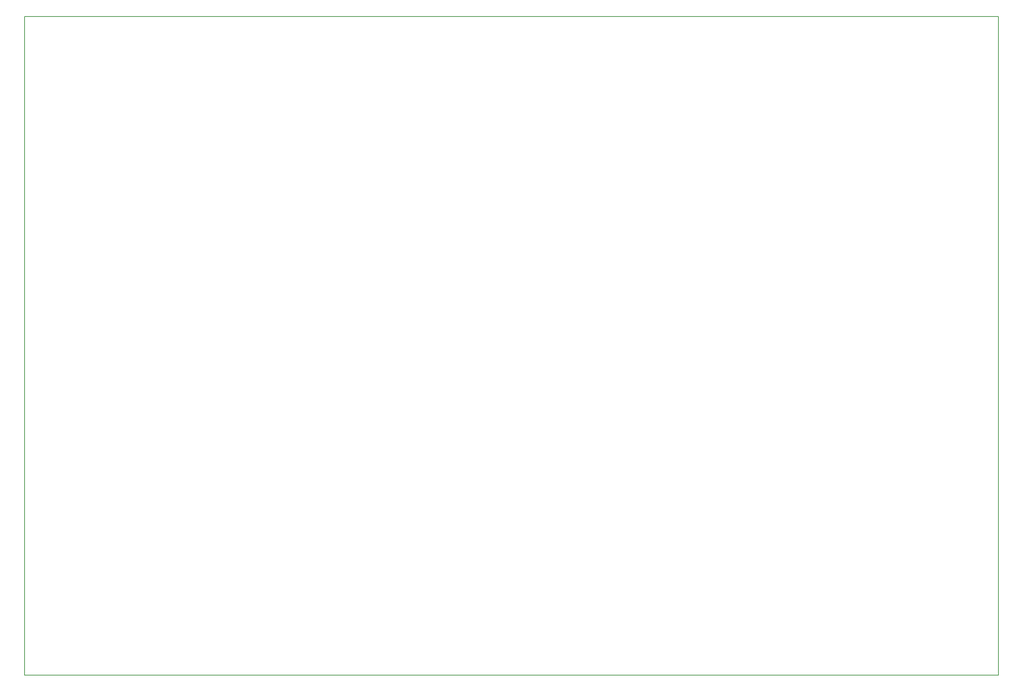
<source format=gbr>
%TF.GenerationSoftware,KiCad,Pcbnew,(5.1.6)-1*%
%TF.CreationDate,2020-07-17T12:20:37+01:00*%
%TF.ProjectId,Gigatron,47696761-7472-46f6-9e2e-6b696361645f,rev?*%
%TF.SameCoordinates,Original*%
%TF.FileFunction,Profile,NP*%
%FSLAX46Y46*%
G04 Gerber Fmt 4.6, Leading zero omitted, Abs format (unit mm)*
G04 Created by KiCad (PCBNEW (5.1.6)-1) date 2020-07-17 12:20:37*
%MOMM*%
%LPD*%
G01*
G04 APERTURE LIST*
%TA.AperFunction,Profile*%
%ADD10C,0.150000*%
%TD*%
G04 APERTURE END LIST*
D10*
X21590000Y-23495000D02*
X254635000Y-23495000D01*
X19685000Y-23495000D02*
X21590000Y-23495000D01*
X254635000Y-182245000D02*
X19685000Y-182245000D01*
X254635000Y-23495000D02*
X254635000Y-182245000D01*
X19685000Y-182245000D02*
X19685000Y-23495000D01*
M02*

</source>
